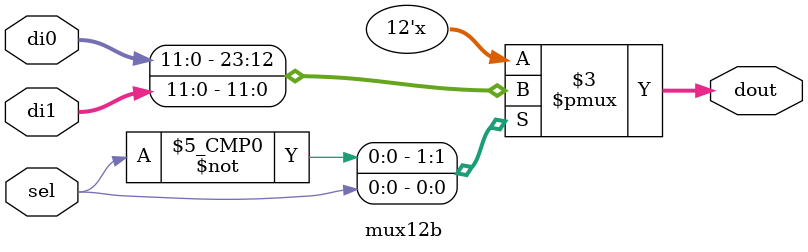
<source format=v>
`timescale 1ns / 1ps

module mux12b(
    input [11:0]di0,
    input [11:0]di1,
    input sel,
    output reg [11:0]dout=0
    );
    
    always@*
    begin
    case(sel)
    0:dout=di0;
    1:dout=di1;
    default:dout=12'bx;
    endcase
    end
    
    
endmodule

</source>
